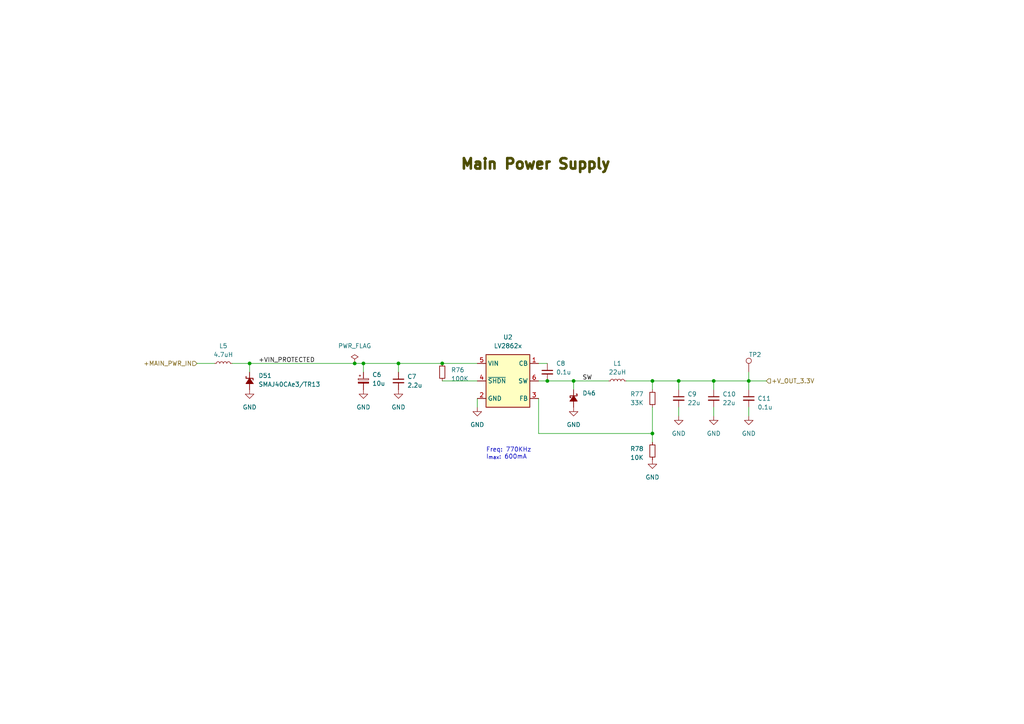
<source format=kicad_sch>
(kicad_sch (version 20250114) (generator "eeschema") (generator_version "9.0")
  (paper "A4")
  (title_block (title "Main Power Supply"))
  (lib_symbols
    (symbol "Connector:TestPoint" (pin_numbers (hide yes)) (pin_names (offset 0.762) (hide yes))
      (property "Reference" "TP" (at 0 6.858 0))
      (property "Value" "TestPoint" (at 0 5.08 0))
      (symbol "TestPoint_0_1"
        (circle (center 0 3.302) (radius 0.762))
      )
      (symbol "TestPoint_1_1"
        (pin passive line (at 0 0 90) (length 2.54) (name "1") (number "1"))
      )
    )
    (symbol "Device:C_Polarized_Small" (pin_numbers (hide yes)) (pin_names (offset 0.254) (hide yes))
      (property "Reference" "C" (at 0.254 1.778 0))
      (property "Value" "C_Polarized_Small" (at 0.254 -2.032 0))
      (symbol "C_Polarized_Small_0_1"
        (rectangle (start -1.524 0.6858) (end 1.524 0.3048))
        (rectangle (start -1.524 -0.3048) (end 1.524 -0.6858) (fill (type outline)))
        (polyline (pts (xy -1.27 1.524) (xy -0.762 1.524)))
        (polyline (pts (xy -1.016 1.27) (xy -1.016 1.778)))
      )
      (symbol "C_Polarized_Small_1_1"
        (pin passive line (at 0 2.54 270) (length 1.8542) (name "~") (number "1"))
        (pin passive line (at 0 -2.54 90) (length 1.8542) (name "~") (number "2"))
      )
    )
    (symbol "Device:C_Small" (pin_numbers (hide yes)) (pin_names (offset 0.254) (hide yes))
      (property "Reference" "C" (at 0.254 1.778 0))
      (property "Value" "C_Small" (at 0.254 -2.032 0))
      (symbol "C_Small_0_1"
        (polyline (pts (xy -1.524 0.508) (xy 1.524 0.508)) (stroke (width 0.3048)))
        (polyline (pts (xy -1.524 -0.508) (xy 1.524 -0.508)) (stroke (width 0.3302)))
      )
      (symbol "C_Small_1_1"
        (pin passive line (at 0 2.54 270) (length 2.032) (name "~") (number "1"))
        (pin passive line (at 0 -2.54 90) (length 2.032) (name "~") (number "2"))
      )
    )
    (symbol "Device:D_Schottky_Small_Filled" (pin_numbers (hide yes)) (pin_names (offset 0.254) (hide yes))
      (property "Reference" "D" (at -1.27 2.032 0))
      (property "Value" "D_Schottky_Small_Filled" (at -7.112 -2.032 0))
      (symbol "D_Schottky_Small_Filled_0_1"
        (polyline (pts (xy -1.27 0.762) (xy -1.27 1.016) (xy -0.762 1.016) (xy -0.762 -1.016) (xy -0.254 -1.016) (xy -0.254 -0.762)) (stroke (width 0.254)))
        (polyline (pts (xy -0.762 0) (xy 0.762 0)))
        (polyline (pts (xy 0.762 -1.016) (xy -0.762 0) (xy 0.762 1.016) (xy 0.762 -1.016)) (stroke (width 0.254)) (fill (type outline)))
      )
      (symbol "D_Schottky_Small_Filled_1_1"
        (pin passive line (at -2.54 0 0) (length 1.778) (name "K") (number "1"))
        (pin passive line (at 2.54 0 180) (length 1.778) (name "A") (number "2"))
      )
    )
    (symbol "Device:L_Small" (pin_numbers (hide yes)) (pin_names (offset 0.254) (hide yes))
      (property "Reference" "L" (at 0.762 1.016 0))
      (property "Value" "L_Small" (at 0.762 -1.016 0))
      (symbol "L_Small_0_1"
        (arc (start 0 2.032) (mid 0.5058 1.524) (end 0 1.016))
        (arc (start 0 1.016) (mid 0.5058 0.508) (end 0 0))
        (arc (start 0 0) (mid 0.5058 -0.508) (end 0 -1.016))
        (arc (start 0 -1.016) (mid 0.5058 -1.524) (end 0 -2.032))
      )
      (symbol "L_Small_1_1"
        (pin passive line (at 0 2.54 270) (length 0.508) (name "~") (number "1"))
        (pin passive line (at 0 -2.54 90) (length 0.508) (name "~") (number "2"))
      )
    )
    (symbol "Device:R_Small" (pin_numbers (hide yes)) (pin_names (offset 0.254) (hide yes))
      (property "Reference" "R" (at 0.762 0.508 0))
      (property "Value" "R_Small" (at 0.762 -1.016 0))
      (symbol "R_Small_0_1"
        (rectangle (start -0.762 1.778) (end 0.762 -1.778) (stroke (width 0.2032)))
      )
      (symbol "R_Small_1_1"
        (pin passive line (at 0 2.54 270) (length 0.762) (name "~") (number "1"))
        (pin passive line (at 0 -2.54 90) (length 0.762) (name "~") (number "2"))
      )
    )
    (symbol "My Libraries:D_TVS" (pin_numbers (hide yes)) (pin_names (hide yes))
      (property "Reference" "D" (at -2.54 5.08 0))
      (property "Value" "D_TVS" (at -2.54 2.54 0))
      (symbol "D_TVS_0_1"
        (polyline (pts (xy -1.2954 -1.016) (xy -0.7874 -1.016)) (stroke (width 0.254)))
        (polyline (pts (xy -0.254 1.016) (xy -0.762 1.016) (xy -0.762 -1.016)) (stroke (width 0.254)))
        (polyline (pts (xy 0.762 1.016) (xy -0.762 0) (xy 0.762 -1.016) (xy 0.762 1.016)) (stroke (width 0.254)) (fill (type outline)))
        (polyline (pts (xy 0.762 0) (xy -0.762 0)))
      )
      (symbol "D_TVS_1_1"
        (pin passive line (at -2.54 0 0) (length 1.778) (name "K") (number "1"))
        (pin passive line (at 2.54 0 180) (length 1.778) (name "A") (number "2"))
      )
    )
    (symbol "My Libraries:LV2862x"
      (property "Reference" "U" (at -1.27 11.43 0))
      (property "Value" "LV2862x" (at -1.27 8.89 0))
      (symbol "LV2862x_1_1"
        (rectangle (start -7.62 7.62) (end 5.08 -7.62) (stroke (width 0.254)) (fill (type background)))
        (pin power_in line (at -10.16 5.08 0) (length 2.54) (name "VIN") (number "5"))
        (pin passive line (at -10.16 0 0) (length 2.54) (name "~{SHDN}") (number "4"))
        (pin passive line (at -10.16 -5.08 0) (length 2.54) (name "GND") (number "2"))
        (pin passive line (at 7.62 5.08 180) (length 2.54) (name "CB") (number "1"))
        (pin passive line (at 7.62 0 180) (length 2.54) (name "SW") (number "6"))
        (pin passive line (at 7.62 -5.08 180) (length 2.54) (name "FB") (number "3"))
      )
    )
    (symbol "power:GND" (power) (pin_names (offset 0))
      (property "Value" "GND" (at 0 -3.81 0))
      (symbol "GND_0_1"
        (polyline (pts (xy 0 0) (xy 0 -1.27) (xy 1.27 -1.27) (xy 0 -2.54) (xy -1.27 -1.27) (xy 0 -1.27)))
      )
      (symbol "GND_1_1"
        (pin power_in line (at 0 0 270) (length 0) (hide yes) (name "GND") (number "1"))
      )
    )
    (symbol "power:PWR_FLAG" (power) (pin_numbers (hide yes)) (pin_names (offset 0) (hide yes))
      (property "Value" "PWR_FLAG" (at 0 3.81 0))
      (symbol "PWR_FLAG_0_0"
        (pin power_out line (at 0 0 90) (length 0) (name "pwr") (number "1"))
      )
      (symbol "PWR_FLAG_0_1"
        (polyline (pts (xy 0 0) (xy 0 1.27) (xy -1.016 1.905) (xy 0 2.54) (xy 1.016 1.905) (xy 0 1.27)))
      )
    )
  )
  (text "${TITLE}" (at 133.35 49.53 0) (effects (font (size 3 3) (thickness 0.8) (bold yes)) (justify left bottom)))
  (text "Freq: 770KHz\nI_{max}: 600mA" (at 140.97 133.35 0) (effects (font (size 1.27 1.27)) (justify left bottom)))
  (junction (at 158.75 110.49))
  (junction (at 189.23 110.49))
  (junction (at 189.23 125.73))
  (junction (at 196.85 110.49))
  (junction (at 105.41 105.41))
  (junction (at 115.57 105.41))
  (junction (at 128.27 105.41))
  (junction (at 72.39 105.41))
  (junction (at 217.17 110.49))
  (junction (at 102.87 105.41))
  (junction (at 207.01 110.49))
  (junction (at 166.37 110.49))
  (wire (pts (xy 217.17 107.95) (xy 217.17 110.49)))
  (wire (pts (xy 138.43 115.57) (xy 138.43 118.11)))
  (wire (pts (xy 196.85 118.11) (xy 196.85 120.65)))
  (wire (pts (xy 189.23 125.73) (xy 156.21 125.73)))
  (wire (pts (xy 189.23 110.49) (xy 196.85 110.49)))
  (wire (pts (xy 189.23 125.73) (xy 189.23 128.27)))
  (wire (pts (xy 128.27 105.41) (xy 138.43 105.41)))
  (wire (pts (xy 57.15 105.41) (xy 62.23 105.41)))
  (wire (pts (xy 72.39 105.41) (xy 102.87 105.41)))
  (wire (pts (xy 196.85 110.49) (xy 207.01 110.49)))
  (wire (pts (xy 217.17 110.49) (xy 217.17 113.03)))
  (wire (pts (xy 181.61 110.49) (xy 189.23 110.49)))
  (wire (pts (xy 189.23 118.11) (xy 189.23 125.73)))
  (wire (pts (xy 189.23 110.49) (xy 189.23 113.03)))
  (wire (pts (xy 217.17 118.11) (xy 217.17 120.65)))
  (wire (pts (xy 156.21 105.41) (xy 158.75 105.41)))
  (wire (pts (xy 217.17 110.49) (xy 222.25 110.49)))
  (wire (pts (xy 207.01 110.49) (xy 207.01 113.03)))
  (wire (pts (xy 105.41 105.41) (xy 115.57 105.41)))
  (wire (pts (xy 72.39 105.41) (xy 67.31 105.41)))
  (wire (pts (xy 115.57 105.41) (xy 115.57 107.95)))
  (wire (pts (xy 72.39 107.95) (xy 72.39 105.41)))
  (wire (pts (xy 166.37 110.49) (xy 176.53 110.49)))
  (wire (pts (xy 207.01 118.11) (xy 207.01 120.65)))
  (wire (pts (xy 196.85 113.03) (xy 196.85 110.49)))
  (wire (pts (xy 128.27 110.49) (xy 138.43 110.49)))
  (wire (pts (xy 158.75 110.49) (xy 166.37 110.49)))
  (wire (pts (xy 207.01 110.49) (xy 217.17 110.49)))
  (wire (pts (xy 156.21 115.57) (xy 156.21 125.73)))
  (wire (pts (xy 156.21 110.49) (xy 158.75 110.49)))
  (wire (pts (xy 115.57 105.41) (xy 128.27 105.41)))
  (wire (pts (xy 102.87 105.41) (xy 105.41 105.41)))
  (wire (pts (xy 166.37 110.49) (xy 166.37 113.03)))
  (wire (pts (xy 105.41 105.41) (xy 105.41 107.95)))
  (label "SW" (at 168.91 110.49 0))
  (label "+VIN_PROTECTED" (at 74.93 105.41 0))
  (hierarchical_label "+V_OUT_3.3V" (shape input) (at 222.25 110.49 0))
  (hierarchical_label "+MAIN_PWR_IN" (shape input) (at 57.15 105.41 180))
  (symbol (lib_id "power:GND") (at 196.85 120.65 0) (unit 1)
    (property "Reference" "#PWR0175" (effects (hide yes)))
    (property "Value" "GND" (at 196.85 125.73 0))
  )
  (symbol (lib_id "Device:L_Small") (at 179.07 110.49 90) (unit 1)
    (property "Reference" "L1" (at 179.07 105.41 90))
    (property "Value" "22uH" (at 179.07 107.95 90))
    (property "Footprint" "Inductor_SMD:L_Taiyo-Yuden_NR-50xx" (effects (hide yes)))
    (property "PartkeeprID" "44" (effects (hide yes)))
  )
  (symbol (lib_id "power:GND") (at 166.37 118.11 0) (unit 1)
    (property "Reference" "#PWR0173" (effects (hide yes)))
    (property "Value" "GND" (at 166.37 123.19 0))
  )
  (symbol (lib_id "power:GND") (at 138.43 118.11 0) (unit 1)
    (property "Reference" "#PWR0174" (effects (hide yes)))
    (property "Value" "GND" (at 138.43 123.19 0))
  )
  (symbol (lib_id "My Libraries:LV2862x") (at 148.59 110.49 0) (unit 1)
    (property "Reference" "U2" (at 147.32 97.79 0))
    (property "Value" "LV2862x" (at 147.32 100.33 0))
    (property "Footprint" "Package_TO_SOT_SMD:SOT-23-6" (effects (hide yes)))
    (property "Datasheet" "https://www.ti.com/lit/ds/symlink/lv2862.pdf" (effects (hide yes)))
    (property "PartkeeprID" "46" (effects (hide yes)))
  )
  (symbol (lib_id "Device:C_Small") (at 115.57 110.49 0) (unit 1)
    (property "Reference" "C7" (at 118.11 109.2263 0) (effects (justify left)))
    (property "Value" "2.2u" (at 118.11 111.7663 0) (effects (justify left)))
    (property "Footprint" "Capacitor_SMD:C_1210_3225Metric" (effects (hide yes)))
    (property "PartkeeprID" "42" (effects (hide yes)))
  )
  (symbol (lib_id "Device:C_Small") (at 207.01 115.57 0) (unit 1)
    (property "Reference" "C10" (at 209.55 114.3063 0) (effects (justify left)))
    (property "Value" "22u" (at 209.55 116.8463 0) (effects (justify left)))
    (property "Footprint" "Capacitor_SMD:C_1210_3225Metric" (effects (hide yes)))
    (property "PartkeeprID" "45" (effects (hide yes)))
  )
  (symbol (lib_id "power:GND") (at 217.17 120.65 0) (unit 1)
    (property "Reference" "#PWR0178" (effects (hide yes)))
    (property "Value" "GND" (at 217.17 125.73 0))
  )
  (symbol (lib_id "My Libraries:D_TVS") (at 72.39 110.49 270) (unit 1)
    (property "Reference" "D51" (at 74.93 108.9533 90) (effects (justify left)))
    (property "Value" "SMAJ40CAe3/TR13" (at 74.93 111.4933 90) (effects (justify left)))
    (property "Footprint" "Diode_SMD:D_SMA" (effects (hide yes)))
  )
  (symbol (lib_id "power:GND") (at 207.01 120.65 0) (unit 1)
    (property "Reference" "#PWR0177" (effects (hide yes)))
    (property "Value" "GND" (at 207.01 125.73 0))
  )
  (symbol (lib_id "Device:R_Small") (at 128.27 107.95 180) (unit 1)
    (property "Reference" "R76" (at 130.81 107.315 0) (effects (justify right)))
    (property "Value" "100K" (at 130.81 109.855 0) (effects (justify right)))
    (property "Footprint" "Resistor_SMD:R_0603_1608Metric" (effects (hide yes)))
    (property "PartkeeprID" "47" (effects (hide yes)))
  )
  (symbol (lib_id "Device:D_Schottky_Small_Filled") (at 166.37 115.57 270) (unit 1)
    (property "Reference" "D46" (at 168.91 114.046 90) (effects (justify left)))
    (property "Value" "SBR3U60P1Q-7" (effects (hide yes)))
    (property "Footprint" "Diode_SMD:D_PowerDI-123" (effects (hide yes)))
    (property "PartkeeprID" "43" (effects (hide yes)))
  )
  (symbol (lib_id "Device:L_Small") (at 64.77 105.41 90) (unit 1)
    (property "Reference" "L5" (at 64.77 100.33 90))
    (property "Value" "4.7uH" (at 64.77 102.87 90))
    (property "Footprint" "My Footprints:L_TDK_VLS252012HBX" (effects (hide yes)))
    (property "PartkeeprID" "44" (effects (hide yes)))
  )
  (symbol (lib_id "power:GND") (at 72.39 113.03 0) (unit 1)
    (property "Reference" "#PWR08" (effects (hide yes)))
    (property "Value" "GND" (at 72.39 118.11 0))
  )
  (symbol (lib_id "Device:C_Small") (at 217.17 115.57 0) (unit 1)
    (property "Reference" "C11" (at 219.71 115.57 0) (effects (justify left)))
    (property "Value" "0.1u" (at 219.71 118.11 0) (effects (justify left)))
    (property "Footprint" "Capacitor_SMD:C_0603_1608Metric" (effects (hide yes)))
    (property "PartkeeprID" "50" (effects (hide yes)))
  )
  (symbol (lib_id "power:PWR_FLAG") (at 102.87 105.41 0) (unit 1)
    (property "Reference" "#FLG0101" (effects (hide yes)))
    (property "Value" "PWR_FLAG" (at 102.87 100.33 0))
  )
  (symbol (lib_id "Device:C_Small") (at 196.85 115.57 0) (unit 1)
    (property "Reference" "C9" (at 199.39 114.3063 0) (effects (justify left)))
    (property "Value" "22u" (at 199.39 116.8463 0) (effects (justify left)))
    (property "Footprint" "Capacitor_SMD:C_1210_3225Metric" (effects (hide yes)))
    (property "PartkeeprID" "45" (effects (hide yes)))
  )
  (symbol (lib_id "power:GND") (at 189.23 133.35 0) (unit 1)
    (property "Reference" "#PWR0176" (effects (hide yes)))
    (property "Value" "GND" (at 189.23 138.43 0))
  )
  (symbol (lib_id "Device:R_Small") (at 189.23 130.81 0) (mirror x) (unit 1)
    (property "Reference" "R78" (at 186.69 130.175 0) (effects (justify right)))
    (property "Value" "10K" (at 186.69 132.715 0) (effects (justify right)))
    (property "Footprint" "Resistor_SMD:R_0603_1608Metric" (effects (hide yes)))
    (property "PartkeeprID" "48" (effects (hide yes)))
  )
  (symbol (lib_id "Device:C_Small") (at 158.75 107.95 0) (unit 1)
    (property "Reference" "C8" (at 161.29 105.41 0) (effects (justify left)))
    (property "Value" "0.1u" (at 161.29 107.95 0) (effects (justify left)))
    (property "Footprint" "Capacitor_SMD:C_0603_1608Metric" (effects (hide yes)))
    (property "PartkeeprID" "50" (effects (hide yes)))
  )
  (symbol (lib_id "power:GND") (at 115.57 113.03 0) (unit 1)
    (property "Reference" "#PWR0171" (effects (hide yes)))
    (property "Value" "GND" (at 115.57 118.11 0))
  )
  (symbol (lib_id "Device:C_Polarized_Small") (at 105.41 110.49 0) (unit 1)
    (property "Reference" "C6" (at 107.95 108.6739 0) (effects (justify left)))
    (property "Value" "10u" (at 107.95 111.2139 0) (effects (justify left)))
    (property "Footprint" "Capacitor_SMD:CP_Elec_5x5.3" (effects (hide yes)))
    (property "PartkeeprID" "41" (effects (hide yes)))
  )
  (symbol (lib_id "Device:R_Small") (at 189.23 115.57 0) (mirror x) (unit 1)
    (property "Reference" "R77" (at 186.69 114.3 0) (effects (justify right)))
    (property "Value" "33K" (at 186.69 116.84 0) (effects (justify right)))
    (property "Footprint" "Resistor_SMD:R_0603_1608Metric" (effects (hide yes)))
    (property "PartkeeprID" "49" (effects (hide yes)))
  )
  (symbol (lib_id "Connector:TestPoint") (at 217.17 107.95 0) (unit 1) (in_bom no)
    (property "Reference" "TP2" (at 217.17 102.87 0) (effects (justify left)))
    (property "Value" "TestPoint" (effects (hide yes)))
    (property "Footprint" "TestPoint:TestPoint_Pad_D1.5mm" (effects (hide yes)))
  )
  (symbol (lib_id "power:GND") (at 105.41 113.03 0) (unit 1)
    (property "Reference" "#PWR0172" (effects (hide yes)))
    (property "Value" "GND" (at 105.41 118.11 0))
  )
)
</source>
